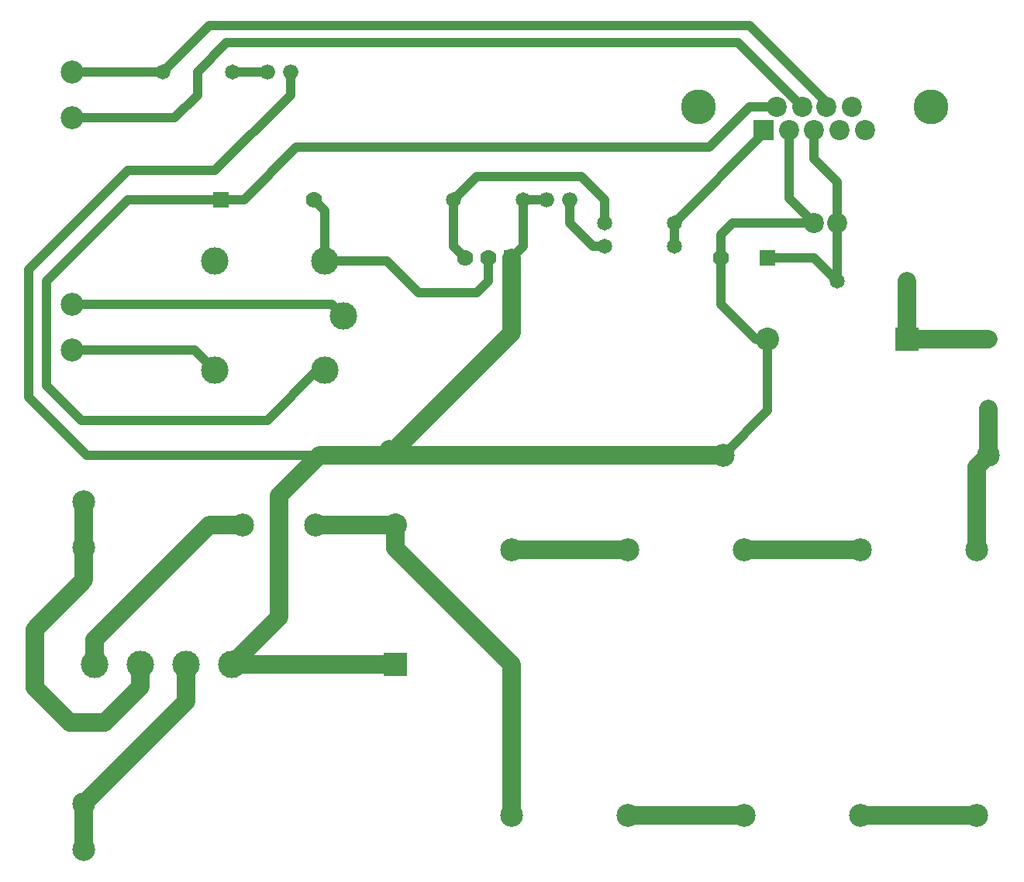
<source format=gbl>
G04 (created by PCBNEW (2013-may-18)-stable) date Sun 29 Dec 2013 06:13:06 PM EET*
%MOIN*%
G04 Gerber Fmt 3.4, Leading zero omitted, Abs format*
%FSLAX34Y34*%
G01*
G70*
G90*
G04 APERTURE LIST*
%ADD10C,0.00590551*%
%ADD11C,0.0866142*%
%ADD12C,0.15*%
%ADD13R,0.0866142X0.0866142*%
%ADD14C,0.11811*%
%ADD15C,0.07*%
%ADD16R,0.07X0.07*%
%ADD17C,0.0984252*%
%ADD18C,0.065*%
%ADD19C,0.066*%
%ADD20C,0.1*%
%ADD21R,0.1X0.1*%
%ADD22C,0.0393701*%
%ADD23C,0.0787402*%
G04 APERTURE END LIST*
G54D10*
G54D11*
X37976Y-10653D03*
X36976Y-10653D03*
G54D12*
X42026Y-5653D03*
X32026Y-5653D03*
G54D13*
X34826Y-6653D03*
G54D11*
X35926Y-6653D03*
X36976Y-6653D03*
X38076Y-6653D03*
X39176Y-6653D03*
X35376Y-5653D03*
X36476Y-5653D03*
X37526Y-5653D03*
X38626Y-5653D03*
G54D14*
X16732Y-14653D03*
X15944Y-17015D03*
X15944Y-12291D03*
X11220Y-12291D03*
X11220Y-17015D03*
X8007Y-29653D03*
X9976Y-29653D03*
X11944Y-29653D03*
X6039Y-29653D03*
G54D15*
X21976Y-12153D03*
X22976Y-12153D03*
G54D16*
X23976Y-12153D03*
G54D17*
X5582Y-35669D03*
X5582Y-37637D03*
X5582Y-22669D03*
X5582Y-24637D03*
X5082Y-14169D03*
X5082Y-16137D03*
X5082Y-4169D03*
X5082Y-6137D03*
X12401Y-23653D03*
X15551Y-23653D03*
X38976Y-24748D03*
X38976Y-36165D03*
X33070Y-20653D03*
X44488Y-20653D03*
X43976Y-24748D03*
X43976Y-36165D03*
X33976Y-24748D03*
X33976Y-36165D03*
X28976Y-24748D03*
X28976Y-36165D03*
X23976Y-24748D03*
X23976Y-36165D03*
G54D18*
X11976Y-4153D03*
X8976Y-4153D03*
X27976Y-11653D03*
X30976Y-11653D03*
X30976Y-10653D03*
X27976Y-10653D03*
X21476Y-9653D03*
X24476Y-9653D03*
X40976Y-13153D03*
X37976Y-13153D03*
X44476Y-18653D03*
X44476Y-15653D03*
G54D19*
X26476Y-9653D03*
X25476Y-9653D03*
X13476Y-4153D03*
X14476Y-4153D03*
G54D20*
X34976Y-15653D03*
G54D21*
X40976Y-15653D03*
G54D20*
X18976Y-23653D03*
G54D21*
X18976Y-29653D03*
G54D15*
X15476Y-9653D03*
G54D16*
X11476Y-9653D03*
X34976Y-12153D03*
G54D15*
X32976Y-12153D03*
G54D22*
X5082Y-6137D02*
X9492Y-6137D01*
X33726Y-2903D02*
X36476Y-5653D01*
X11726Y-2903D02*
X33726Y-2903D01*
X10476Y-4153D02*
X11726Y-2903D01*
X10476Y-5153D02*
X10476Y-4153D01*
X9492Y-6137D02*
X10476Y-5153D01*
X35376Y-5653D02*
X34226Y-5653D01*
X12476Y-9653D02*
X11476Y-9653D01*
X14726Y-7403D02*
X12476Y-9653D01*
X32476Y-7403D02*
X14726Y-7403D01*
X34226Y-5653D02*
X32476Y-7403D01*
X15944Y-17015D02*
X15614Y-17015D01*
X7476Y-9653D02*
X11476Y-9653D01*
X3976Y-13153D02*
X7476Y-9653D01*
X3976Y-17653D02*
X3976Y-13153D01*
X5476Y-19153D02*
X3976Y-17653D01*
X13476Y-19153D02*
X5476Y-19153D01*
X15614Y-17015D02*
X13476Y-19153D01*
X37526Y-5653D02*
X37526Y-5453D01*
X10976Y-2153D02*
X8976Y-4153D01*
X34226Y-2153D02*
X10976Y-2153D01*
X37526Y-5453D02*
X34226Y-2153D01*
X8976Y-4153D02*
X5098Y-4153D01*
X5098Y-4153D02*
X5082Y-4169D01*
X37976Y-10653D02*
X37976Y-8903D01*
X36976Y-7903D02*
X36976Y-6653D01*
X37976Y-8903D02*
X36976Y-7903D01*
X37976Y-13153D02*
X37976Y-10653D01*
X34976Y-12153D02*
X36976Y-12153D01*
X36976Y-12153D02*
X37976Y-13153D01*
X34826Y-6653D02*
X34826Y-6803D01*
X34826Y-6803D02*
X30976Y-10653D01*
X30976Y-10653D02*
X30976Y-11653D01*
X14476Y-4153D02*
X14476Y-5153D01*
X5726Y-20653D02*
X15726Y-20653D01*
X3226Y-18153D02*
X5726Y-20653D01*
X3226Y-12653D02*
X3226Y-18153D01*
X7476Y-8403D02*
X3226Y-12653D01*
X11226Y-8403D02*
X7476Y-8403D01*
X14476Y-5153D02*
X11226Y-8403D01*
G54D23*
X23976Y-12153D02*
X23976Y-15403D01*
X23976Y-15403D02*
X18726Y-20653D01*
X18726Y-20653D02*
X18726Y-20403D01*
X18726Y-20403D02*
X18726Y-20653D01*
X18976Y-29653D02*
X11944Y-29653D01*
X33070Y-20653D02*
X18726Y-20653D01*
X18726Y-20653D02*
X15726Y-20653D01*
X15726Y-20653D02*
X13976Y-22403D01*
X13976Y-22403D02*
X13976Y-27622D01*
X13976Y-27622D02*
X11944Y-29653D01*
G54D22*
X35926Y-6653D02*
X35926Y-9603D01*
X35926Y-9603D02*
X36976Y-10653D01*
X24476Y-9653D02*
X25476Y-9653D01*
X24476Y-9653D02*
X24476Y-11653D01*
X24476Y-11653D02*
X23976Y-12153D01*
X36976Y-10653D02*
X34476Y-10653D01*
X32976Y-11153D02*
X32976Y-12153D01*
X33476Y-10653D02*
X32976Y-11153D01*
X34476Y-10653D02*
X33476Y-10653D01*
X34976Y-15653D02*
X34476Y-15653D01*
X32976Y-14153D02*
X32976Y-12153D01*
X34476Y-15653D02*
X32976Y-14153D01*
X34976Y-15653D02*
X34976Y-18748D01*
X34976Y-18748D02*
X33070Y-20653D01*
X27976Y-11653D02*
X27476Y-11653D01*
X26476Y-10653D02*
X26476Y-9653D01*
X27476Y-11653D02*
X26476Y-10653D01*
G54D23*
X6039Y-29653D02*
X6039Y-28590D01*
X10976Y-23653D02*
X12401Y-23653D01*
X6039Y-28590D02*
X10976Y-23653D01*
X23976Y-24748D02*
X28976Y-24748D01*
X28976Y-36165D02*
X33976Y-36165D01*
X33976Y-24748D02*
X38976Y-24748D01*
X38976Y-36165D02*
X43976Y-36165D01*
X5582Y-37637D02*
X5582Y-35669D01*
X5582Y-35669D02*
X9976Y-31275D01*
X9976Y-31275D02*
X9976Y-29653D01*
X18976Y-23653D02*
X18976Y-24653D01*
X23976Y-29653D02*
X23976Y-36165D01*
X18976Y-24653D02*
X23976Y-29653D01*
X15551Y-23653D02*
X18976Y-23653D01*
X40976Y-15653D02*
X40976Y-13153D01*
X44476Y-15653D02*
X40976Y-15653D01*
X44488Y-20653D02*
X44488Y-18665D01*
X44488Y-18665D02*
X44476Y-18653D01*
X43976Y-24748D02*
X43976Y-21165D01*
X43976Y-21165D02*
X44488Y-20653D01*
X5582Y-24637D02*
X5582Y-22669D01*
X8007Y-29653D02*
X8007Y-30622D01*
X5582Y-26047D02*
X5582Y-24637D01*
X3476Y-28153D02*
X5582Y-26047D01*
X3476Y-30653D02*
X3476Y-28153D01*
X4976Y-32153D02*
X3476Y-30653D01*
X6476Y-32153D02*
X4976Y-32153D01*
X8007Y-30622D02*
X6476Y-32153D01*
G54D22*
X5082Y-16137D02*
X10342Y-16137D01*
X10342Y-16137D02*
X11220Y-17015D01*
X5082Y-14169D02*
X16248Y-14169D01*
X16248Y-14169D02*
X16732Y-14653D01*
X22976Y-12153D02*
X22976Y-13153D01*
X18614Y-12291D02*
X15944Y-12291D01*
X19976Y-13653D02*
X18614Y-12291D01*
X22476Y-13653D02*
X19976Y-13653D01*
X22976Y-13153D02*
X22476Y-13653D01*
X15944Y-12291D02*
X15944Y-10122D01*
X15944Y-10122D02*
X15476Y-9653D01*
X27976Y-10653D02*
X27976Y-9653D01*
X22476Y-8653D02*
X21476Y-9653D01*
X26976Y-8653D02*
X22476Y-8653D01*
X27976Y-9653D02*
X26976Y-8653D01*
X21976Y-12153D02*
X21476Y-11653D01*
X21476Y-11653D02*
X21476Y-9653D01*
X11976Y-4153D02*
X13476Y-4153D01*
M02*

</source>
